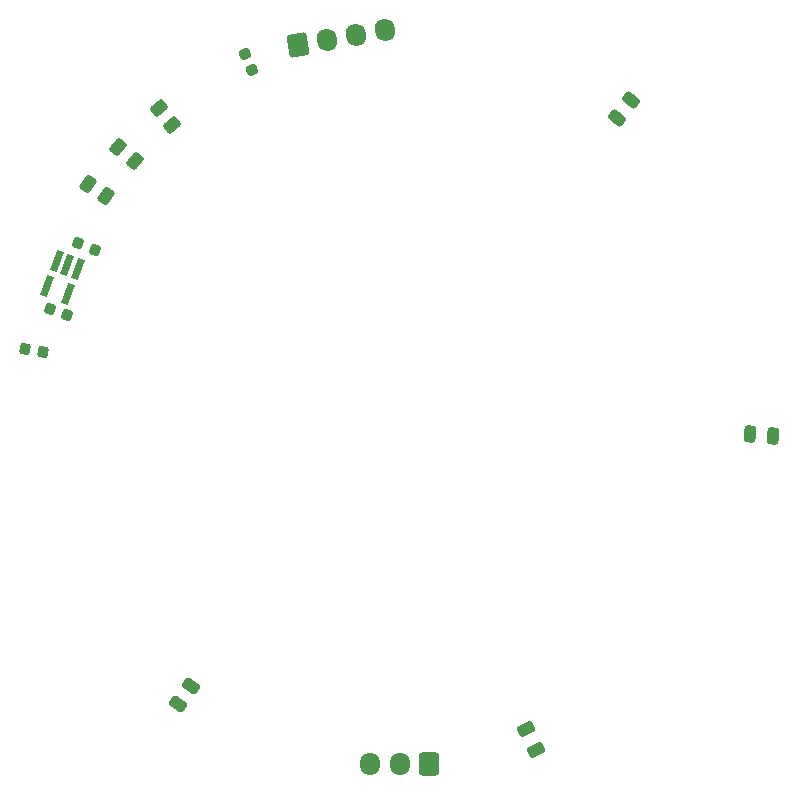
<source format=gbr>
%TF.GenerationSoftware,KiCad,Pcbnew,7.0.9*%
%TF.CreationDate,2024-01-04T19:56:32-05:00*%
%TF.ProjectId,Thermistor Ring,54686572-6d69-4737-946f-722052696e67,rev?*%
%TF.SameCoordinates,Original*%
%TF.FileFunction,Soldermask,Top*%
%TF.FilePolarity,Negative*%
%FSLAX46Y46*%
G04 Gerber Fmt 4.6, Leading zero omitted, Abs format (unit mm)*
G04 Created by KiCad (PCBNEW 7.0.9) date 2024-01-04 19:56:32*
%MOMM*%
%LPD*%
G01*
G04 APERTURE LIST*
G04 Aperture macros list*
%AMRoundRect*
0 Rectangle with rounded corners*
0 $1 Rounding radius*
0 $2 $3 $4 $5 $6 $7 $8 $9 X,Y pos of 4 corners*
0 Add a 4 corners polygon primitive as box body*
4,1,4,$2,$3,$4,$5,$6,$7,$8,$9,$2,$3,0*
0 Add four circle primitives for the rounded corners*
1,1,$1+$1,$2,$3*
1,1,$1+$1,$4,$5*
1,1,$1+$1,$6,$7*
1,1,$1+$1,$8,$9*
0 Add four rect primitives between the rounded corners*
20,1,$1+$1,$2,$3,$4,$5,0*
20,1,$1+$1,$4,$5,$6,$7,0*
20,1,$1+$1,$6,$7,$8,$9,0*
20,1,$1+$1,$8,$9,$2,$3,0*%
%AMHorizOval*
0 Thick line with rounded ends*
0 $1 width*
0 $2 $3 position (X,Y) of the first rounded end (center of the circle)*
0 $4 $5 position (X,Y) of the second rounded end (center of the circle)*
0 Add line between two ends*
20,1,$1,$2,$3,$4,$5,0*
0 Add two circle primitives to create the rounded ends*
1,1,$1,$2,$3*
1,1,$1,$4,$5*%
%AMRotRect*
0 Rectangle, with rotation*
0 The origin of the aperture is its center*
0 $1 length*
0 $2 width*
0 $3 Rotation angle, in degrees counterclockwise*
0 Add horizontal line*
21,1,$1,$2,0,0,$3*%
G04 Aperture macros list end*
%ADD10C,0.162560*%
%ADD11RoundRect,0.250000X-0.203174X0.496835X-0.524568X0.113813X0.203174X-0.496835X0.524568X-0.113813X0*%
%ADD12RoundRect,0.225000X0.296936X0.157969X-0.125926X0.311878X-0.296936X-0.157969X0.125926X-0.311878X0*%
%ADD13RoundRect,0.250000X0.536151X-0.025833X0.324842X0.427321X-0.536151X0.025833X-0.324842X-0.427321X0*%
%ADD14RoundRect,0.250000X-0.290448X-0.451404X0.207650X-0.494981X0.290448X0.451404X-0.207650X0.494981X0*%
%ADD15RoundRect,0.225000X-0.264994X-0.207131X0.178170X-0.285273X0.264994X0.207131X-0.178170X0.285273X0*%
%ADD16RoundRect,0.250000X-0.464990X-0.818175X0.716780X-0.609797X0.464990X0.818175X-0.716780X0.609797X0*%
%ADD17HorizOval,1.700000X-0.021706X0.123101X0.021706X-0.123101X0*%
%ADD18RoundRect,0.225000X-0.321666X0.098265X-0.131488X-0.309574X0.321666X-0.098265X0.131488X0.309574X0*%
%ADD19RoundRect,0.250000X0.600000X0.725000X-0.600000X0.725000X-0.600000X-0.725000X0.600000X-0.725000X0*%
%ADD20O,1.700000X1.950000*%
%ADD21RotRect,1.805236X0.612132X250.000000*%
%ADD22RoundRect,0.250000X-0.490341X-0.175988X-0.088168X-0.513452X0.490341X0.175988X0.088168X0.513452X0*%
%ADD23RoundRect,0.250000X-0.473137X-0.218055X-0.043082X-0.519182X0.473137X0.218055X0.043082X0.519182X0*%
%ADD24RoundRect,0.250000X0.245703X-0.477237X0.532491X-0.067661X-0.245703X0.477237X-0.532491X0.067661X0*%
%ADD25RoundRect,0.250000X-0.513452X-0.088168X-0.175988X-0.490341X0.513452X0.088168X0.175988X0.490341X0*%
G04 APERTURE END LIST*
D10*
%TO.C,IC5*%
X106835808Y-87125408D03*
X106576000Y-87275408D03*
X106316192Y-87425408D03*
X106685808Y-86865600D03*
X106426000Y-87015600D03*
X106166192Y-87165600D03*
X106535808Y-86605792D03*
X106276000Y-86755792D03*
X106016192Y-86905792D03*
%TD*%
D11*
%TO.C,C1*%
X110693200Y-34984658D03*
X109471904Y-36440142D03*
%TD*%
D12*
%TO.C,C8*%
X62895789Y-53185349D03*
X61439267Y-52655219D03*
%TD*%
D10*
%TO.C,IC3*%
X121615200Y-59842400D03*
X121915200Y-59842400D03*
X122215200Y-59842400D03*
X121615200Y-60142400D03*
X121915200Y-60142400D03*
X122215200Y-60142400D03*
X121615200Y-60442400D03*
X121915200Y-60442400D03*
X122215200Y-60442400D03*
%TD*%
D13*
%TO.C,C3*%
X102606174Y-89961584D03*
X101803200Y-88239600D03*
%TD*%
D14*
%TO.C,C2*%
X120770415Y-63264802D03*
X122663185Y-63430398D03*
%TD*%
D15*
%TO.C,C6*%
X59333174Y-56050223D03*
X60859626Y-56319377D03*
%TD*%
D10*
%TO.C,IC6*%
X74982192Y-33219792D03*
X75242000Y-33069792D03*
X75501808Y-32919792D03*
X75132192Y-33479600D03*
X75392000Y-33329600D03*
X75651808Y-33179600D03*
X75282192Y-33739408D03*
X75542000Y-33589408D03*
X75801808Y-33439408D03*
%TD*%
D16*
%TO.C,J1*%
X82479142Y-30309161D03*
D17*
X84941161Y-29875041D03*
X87403181Y-29440920D03*
X89865200Y-29006800D03*
%TD*%
D18*
%TO.C,C5*%
X77955271Y-31047611D03*
X78610329Y-32452389D03*
%TD*%
D10*
%TO.C,IC1*%
X106781745Y-33034060D03*
X106729650Y-33329502D03*
X106677556Y-33624945D03*
X106486302Y-32981966D03*
X106434208Y-33277408D03*
X106382114Y-33572850D03*
X106190860Y-32929871D03*
X106138766Y-33225314D03*
X106086671Y-33520756D03*
%TD*%
D19*
%TO.C,J3*%
X93573600Y-91135200D03*
D20*
X91073600Y-91135200D03*
X88573600Y-91135200D03*
%TD*%
D12*
%TO.C,C7*%
X65287654Y-47621222D03*
X63831132Y-47091092D03*
%TD*%
D10*
%TO.C,IC2*%
X75501808Y-87425408D03*
X75242000Y-87275408D03*
X74982192Y-87125408D03*
X75651808Y-87165600D03*
X75392000Y-87015600D03*
X75132192Y-86865600D03*
X75801808Y-86905792D03*
X75542000Y-86755792D03*
X75282192Y-86605792D03*
%TD*%
D21*
%TO.C,U1*%
X63804800Y-49225200D03*
X62912091Y-48900281D03*
X62019382Y-48575361D03*
X61232406Y-50737562D03*
X63017824Y-51387401D03*
%TD*%
D22*
%TO.C,R3*%
X67259200Y-38963600D03*
X68657232Y-40136688D03*
%TD*%
D23*
%TO.C,R2*%
X64719200Y-42062400D03*
X66214152Y-43109176D03*
%TD*%
D24*
%TO.C,C4*%
X72316204Y-86087588D03*
X73406000Y-84531200D03*
%TD*%
D25*
%TO.C,R1*%
X70658112Y-35635168D03*
X71831200Y-37033200D03*
%TD*%
D10*
%TO.C,IC4*%
X59639200Y-59796400D03*
X59939200Y-59796400D03*
X60239200Y-59796400D03*
X59639200Y-60096400D03*
X59939200Y-60096400D03*
X60239200Y-60096400D03*
X59639200Y-60396400D03*
X59939200Y-60396400D03*
X60239200Y-60396400D03*
%TD*%
M02*

</source>
